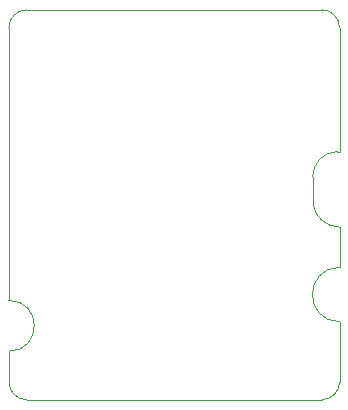
<source format=gm1>
G04 #@! TF.GenerationSoftware,KiCad,Pcbnew,(5.1.7)-1*
G04 #@! TF.CreationDate,2021-11-12T18:57:48+01:00*
G04 #@! TF.ProjectId,CO2-Breakout,434f322d-4272-4656-916b-6f75742e6b69,rev?*
G04 #@! TF.SameCoordinates,Original*
G04 #@! TF.FileFunction,Profile,NP*
%FSLAX46Y46*%
G04 Gerber Fmt 4.6, Leading zero omitted, Abs format (unit mm)*
G04 Created by KiCad (PCBNEW (5.1.7)-1) date 2021-11-12 18:57:48*
%MOMM*%
%LPD*%
G01*
G04 APERTURE LIST*
G04 #@! TA.AperFunction,Profile*
%ADD10C,0.050000*%
G04 #@! TD*
G04 #@! TA.AperFunction,Profile*
%ADD11C,0.100000*%
G04 #@! TD*
G04 APERTURE END LIST*
D10*
X87000000Y-116300096D02*
X87000000Y-114900000D01*
X87000000Y-109800096D02*
X87000000Y-110600000D01*
D11*
X115000000Y-112400000D02*
X115000000Y-117500000D01*
X114998800Y-104390847D02*
X115000000Y-107800000D01*
X112725000Y-100125000D02*
X112730000Y-102420000D01*
X114998800Y-104390847D02*
G75*
G02*
X112730000Y-102420000I1200J2292704D01*
G01*
D10*
X115000000Y-98000000D02*
X114800000Y-98000000D01*
X115000000Y-98000000D02*
X115000000Y-96675000D01*
X112725000Y-100125000D02*
G75*
G02*
X114800000Y-98000000I2100000J25000D01*
G01*
X87000000Y-117500000D02*
X87000000Y-116300096D01*
X87000000Y-114900000D02*
G75*
G03*
X87000000Y-110600000I0J2150000D01*
G01*
X115000000Y-96675000D02*
X115000000Y-87500000D01*
D11*
X115000000Y-112400000D02*
G75*
G02*
X115000000Y-107800000I0J2300000D01*
G01*
X115000000Y-117500000D02*
G75*
G02*
X113500000Y-119000000I-1500000J0D01*
G01*
X88500000Y-119000000D02*
G75*
G02*
X87000000Y-117500000I0J1500000D01*
G01*
X87000000Y-87500000D02*
G75*
G02*
X88500000Y-86000000I1500000J0D01*
G01*
X113500000Y-86000000D02*
G75*
G02*
X115000000Y-87500000I0J-1500000D01*
G01*
X88500000Y-86000000D02*
X113500000Y-86000000D01*
X87000000Y-109800096D02*
X87000000Y-87500000D01*
X113500000Y-119000000D02*
X88500000Y-119000000D01*
M02*

</source>
